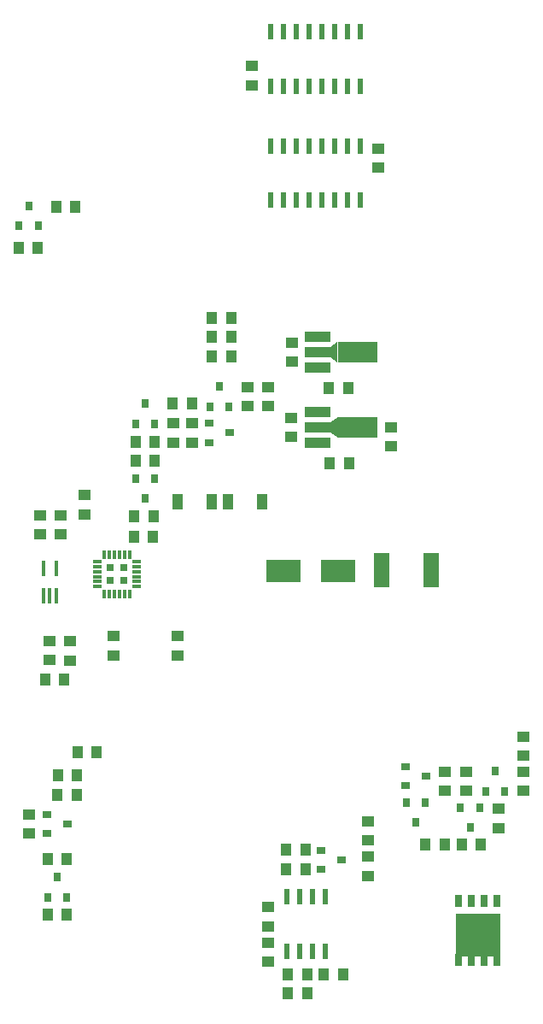
<source format=gbr>
G04 #@! TF.FileFunction,Paste,Bot*
%FSLAX46Y46*%
G04 Gerber Fmt 4.6, Leading zero omitted, Abs format (unit mm)*
G04 Created by KiCad (PCBNEW 4.0.7-e2-6376~58~ubuntu16.04.1) date Mon Jan 29 21:07:09 2018*
%MOMM*%
%LPD*%
G01*
G04 APERTURE LIST*
%ADD10C,0.100000*%
%ADD11R,3.500000X2.300000*%
%ADD12R,0.900000X0.800000*%
%ADD13R,0.800000X0.900000*%
%ADD14R,0.400000X1.500000*%
%ADD15R,1.600000X3.500000*%
%ADD16R,1.300000X1.100000*%
%ADD17R,1.100000X1.300000*%
%ADD18R,0.850000X0.300000*%
%ADD19R,0.300000X0.850000*%
%ADD20R,0.780000X0.780000*%
%ADD21R,0.600000X1.500000*%
%ADD22R,0.600000X1.550000*%
%ADD23R,0.700000X1.200000*%
%ADD24R,4.500000X4.290000*%
%ADD25R,1.550000X1.600000*%
%ADD26R,1.550000X1.200000*%
%ADD27R,1.100000X1.650000*%
%ADD28R,2.500000X1.000000*%
%ADD29R,4.000000X2.000000*%
G04 APERTURE END LIST*
D10*
D11*
X92380000Y-119360000D03*
X97780000Y-119360000D03*
D12*
X104470000Y-140660000D03*
X104470000Y-138760000D03*
X106470000Y-139710000D03*
D13*
X109920000Y-142810000D03*
X111820000Y-142810000D03*
X110870000Y-144810000D03*
D14*
X69840000Y-121820000D03*
X69190000Y-121820000D03*
X68540000Y-121820000D03*
X68540000Y-119160000D03*
X69840000Y-119160000D03*
D15*
X107010000Y-119320000D03*
X102130000Y-119320000D03*
D16*
X70240000Y-115740000D03*
X70240000Y-113840000D03*
X68240000Y-115740000D03*
X68240000Y-113840000D03*
D17*
X98770000Y-101300000D03*
X96870000Y-101300000D03*
X77520000Y-116020000D03*
X79420000Y-116020000D03*
D16*
X93220000Y-96750000D03*
X93220000Y-98650000D03*
X81870000Y-127730000D03*
X81870000Y-125830000D03*
X75540000Y-127730000D03*
X75540000Y-125830000D03*
X116150000Y-141180000D03*
X116150000Y-139280000D03*
X69180000Y-126320000D03*
X69180000Y-128220000D03*
D17*
X98250000Y-159330000D03*
X96350000Y-159330000D03*
D16*
X100700000Y-144180000D03*
X100700000Y-146080000D03*
X90800000Y-156180000D03*
X90800000Y-158080000D03*
X72640000Y-111870000D03*
X72640000Y-113770000D03*
X110470000Y-139260000D03*
X110470000Y-141160000D03*
X108370000Y-141160000D03*
X108370000Y-139260000D03*
D13*
X104520000Y-142310000D03*
X106420000Y-142310000D03*
X105470000Y-144310000D03*
X114320000Y-141210000D03*
X112420000Y-141210000D03*
X113370000Y-139210000D03*
D12*
X96090000Y-148940000D03*
X96090000Y-147040000D03*
X98090000Y-147990000D03*
D17*
X110020000Y-146510000D03*
X111920000Y-146510000D03*
X106420000Y-146510000D03*
X108320000Y-146510000D03*
D16*
X100700000Y-149580000D03*
X100700000Y-147680000D03*
D17*
X92820000Y-159320000D03*
X94720000Y-159320000D03*
D16*
X113680000Y-142940000D03*
X113680000Y-144840000D03*
X90800000Y-152680000D03*
X90800000Y-154580000D03*
X116130000Y-137700000D03*
X116130000Y-135800000D03*
D17*
X92630000Y-147010000D03*
X94530000Y-147010000D03*
X94550000Y-148910000D03*
X92650000Y-148910000D03*
D18*
X77790000Y-118440000D03*
X77790000Y-118940000D03*
X77790000Y-119440000D03*
X77790000Y-119940000D03*
X77790000Y-120440000D03*
X77790000Y-120940000D03*
D19*
X77090000Y-121640000D03*
X76590000Y-121640000D03*
X76090000Y-121640000D03*
X75590000Y-121640000D03*
X75090000Y-121640000D03*
X74590000Y-121640000D03*
D18*
X73890000Y-120940000D03*
X73890000Y-120440000D03*
X73890000Y-119940000D03*
X73890000Y-119440000D03*
X73890000Y-118940000D03*
X73890000Y-118440000D03*
D19*
X74590000Y-117740000D03*
X75090000Y-117740000D03*
X75590000Y-117740000D03*
X76090000Y-117740000D03*
X76590000Y-117740000D03*
X77090000Y-117740000D03*
D20*
X75190000Y-120340000D03*
X75190000Y-119040000D03*
X76490000Y-120340000D03*
X76490000Y-119040000D03*
D21*
X91075000Y-65990000D03*
X92345000Y-65990000D03*
X93615000Y-65990000D03*
X94885000Y-65990000D03*
X96155000Y-65990000D03*
X97425000Y-65990000D03*
X98695000Y-65990000D03*
X99965000Y-65990000D03*
X99965000Y-71390000D03*
X98695000Y-71390000D03*
X97425000Y-71390000D03*
X96155000Y-71390000D03*
X94885000Y-71390000D03*
X93615000Y-71390000D03*
X92345000Y-71390000D03*
X91075000Y-71390000D03*
X99965000Y-82670000D03*
X98695000Y-82670000D03*
X97425000Y-82670000D03*
X96155000Y-82670000D03*
X94885000Y-82670000D03*
X93615000Y-82670000D03*
X92345000Y-82670000D03*
X91075000Y-82670000D03*
X91075000Y-77270000D03*
X92345000Y-77270000D03*
X93615000Y-77270000D03*
X94885000Y-77270000D03*
X96155000Y-77270000D03*
X97425000Y-77270000D03*
X98695000Y-77270000D03*
X99965000Y-77270000D03*
D22*
X92695000Y-151630000D03*
X93965000Y-151630000D03*
X95235000Y-151630000D03*
X96505000Y-151630000D03*
X96505000Y-157030000D03*
X95235000Y-157030000D03*
X93965000Y-157030000D03*
X92695000Y-157030000D03*
D16*
X89210000Y-69370000D03*
X89210000Y-71270000D03*
X101760000Y-79430000D03*
X101760000Y-77530000D03*
D17*
X92820000Y-161190000D03*
X94720000Y-161190000D03*
D23*
X109730000Y-152090000D03*
X111000000Y-152090000D03*
X112280000Y-152090000D03*
X113550000Y-152090000D03*
X113550000Y-157890000D03*
X112280000Y-157890000D03*
X111000000Y-157890000D03*
X109730000Y-157890000D03*
D24*
X111640000Y-155490000D03*
D25*
X110550000Y-156240000D03*
X112730000Y-156240000D03*
D26*
X110550000Y-154240000D03*
X112730000Y-154240000D03*
D17*
X68730000Y-130170000D03*
X70630000Y-130170000D03*
X69990000Y-139640000D03*
X71890000Y-139640000D03*
D13*
X68040000Y-85200000D03*
X66140000Y-85200000D03*
X67090000Y-83200000D03*
D17*
X98870000Y-108700000D03*
X96970000Y-108700000D03*
D16*
X93160000Y-104230000D03*
X93160000Y-106130000D03*
D17*
X77570000Y-114000000D03*
X79470000Y-114000000D03*
D27*
X85220000Y-112500000D03*
X81820000Y-112500000D03*
D12*
X68920000Y-145380000D03*
X68920000Y-143480000D03*
X70920000Y-144430000D03*
D13*
X79570000Y-104800000D03*
X77670000Y-104800000D03*
X78620000Y-102800000D03*
X77670000Y-110200000D03*
X79570000Y-110200000D03*
X78620000Y-112200000D03*
D16*
X67140000Y-143500000D03*
X67140000Y-145400000D03*
D17*
X69960000Y-141600000D03*
X71860000Y-141600000D03*
D16*
X103020000Y-105150000D03*
X103020000Y-107050000D03*
D17*
X87170000Y-94300000D03*
X85270000Y-94300000D03*
D16*
X83320000Y-106650000D03*
X83320000Y-104750000D03*
D17*
X85270000Y-98100000D03*
X87170000Y-98100000D03*
X83270000Y-102800000D03*
X81370000Y-102800000D03*
D28*
X95760000Y-106670000D03*
X95760000Y-105170000D03*
X95760000Y-103670000D03*
D29*
X99720000Y-105170000D03*
D10*
G36*
X96995000Y-104670000D02*
X97745000Y-104170000D01*
X97745000Y-106170000D01*
X96995000Y-105670000D01*
X96995000Y-104670000D01*
X96995000Y-104670000D01*
G37*
D13*
X86970000Y-103100000D03*
X85070000Y-103100000D03*
X86020000Y-101100000D03*
D12*
X85020000Y-106650000D03*
X85020000Y-104750000D03*
X87020000Y-105700000D03*
D17*
X87170000Y-96200000D03*
X85270000Y-96200000D03*
D16*
X90820000Y-101150000D03*
X90820000Y-103050000D03*
X88820000Y-103050000D03*
X88820000Y-101150000D03*
X81420000Y-104750000D03*
X81420000Y-106650000D03*
D17*
X77670000Y-108500000D03*
X79570000Y-108500000D03*
X79570000Y-106600000D03*
X77670000Y-106600000D03*
D28*
X95740000Y-99200000D03*
X95740000Y-97700000D03*
X95740000Y-96200000D03*
D29*
X99700000Y-97700000D03*
D10*
G36*
X96975000Y-97200000D02*
X97725000Y-96700000D01*
X97725000Y-98700000D01*
X96975000Y-98200000D01*
X96975000Y-97200000D01*
X96975000Y-97200000D01*
G37*
D27*
X90220000Y-112500000D03*
X86820000Y-112500000D03*
D17*
X66080000Y-87390000D03*
X67980000Y-87390000D03*
X71700000Y-83290000D03*
X69800000Y-83290000D03*
D16*
X71160000Y-128230000D03*
X71160000Y-126330000D03*
D13*
X70880000Y-151710000D03*
X68980000Y-151710000D03*
X69930000Y-149710000D03*
D17*
X71920000Y-137300000D03*
X73820000Y-137300000D03*
X68990000Y-153450000D03*
X70890000Y-153450000D03*
X70860000Y-147910000D03*
X68960000Y-147910000D03*
M02*

</source>
